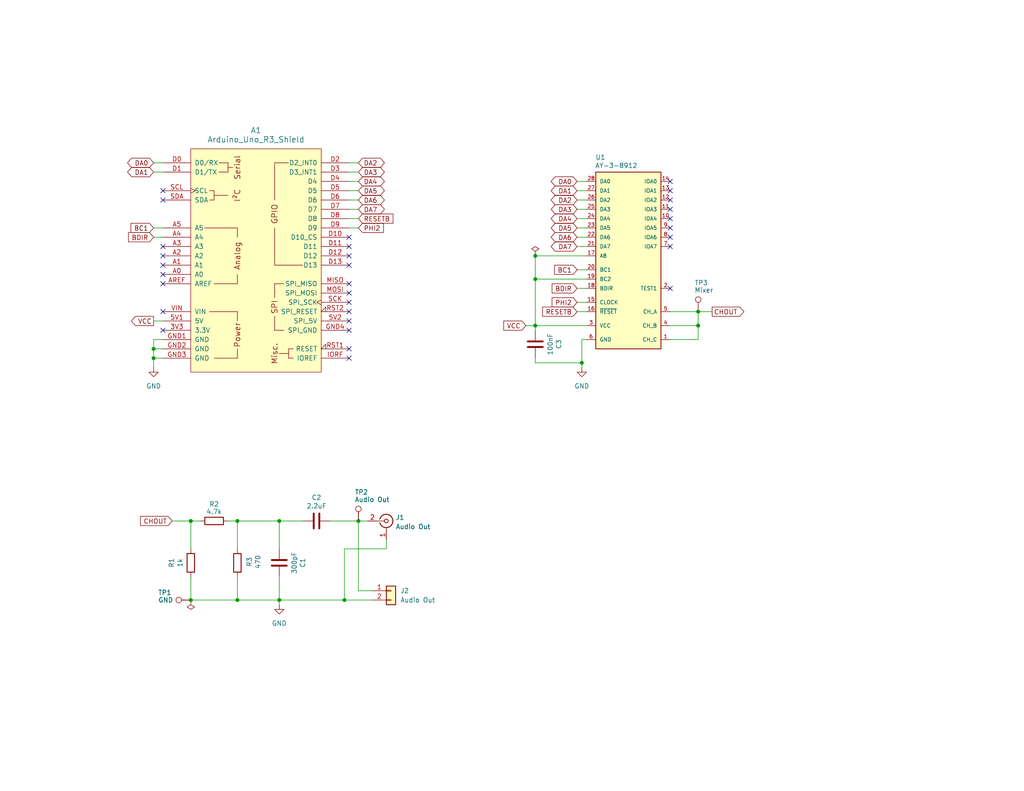
<source format=kicad_sch>
(kicad_sch (version 20231120) (generator "eeschema") (generator_version "8.0")
  (paper "USLetter")
  (title_block (title "6502 Uno AY-3-8912 Shield") (date "2024-06-27") (rev "1.0") (company "A.C. Wright Design"))
  (lib_symbols
    (symbol "6502 Parts:AY-3-8912" (pin_names (offset 1.016))
      (property "Reference" "U" (at 0 0 0))
      (property "Value" "AY-3-8912" (at 0 0 0))
      (symbol "AY-3-8912_0_0"
        (rectangle (start -8.89 -24.13) (end 8.89 24.13) (stroke (width 0.25)) (fill (type background)))
        (pin bidirectional line (at 11.43 11.43 180) (length 2.54) (name "IOA4") (number "10"))
        (pin bidirectional line (at 11.43 13.97 180) (length 2.54) (name "IOA3") (number "11"))
        (pin bidirectional line (at 11.43 16.51 180) (length 2.54) (name "IOA2") (number "12"))
        (pin bidirectional line (at 11.43 19.05 180) (length 2.54) (name "IOA1") (number "13"))
        (pin bidirectional line (at 11.43 21.59 180) (length 2.54) (name "IOA0") (number "14"))
        (pin input line (at -11.43 -11.43 0) (length 2.54) (name "CLOCK") (number "15"))
        (pin input line (at -11.43 -13.97 0) (length 2.54) (name "~{RESET}") (number "16"))
        (pin input line (at -11.43 1.27 0) (length 2.54) (name "A8") (number "17"))
        (pin input line (at -11.43 -7.62 0) (length 2.54) (name "BDIR") (number "18"))
        (pin input line (at -11.43 -5.08 0) (length 2.54) (name "BC2") (number "19"))
        (pin input line (at 11.43 -7.62 180) (length 2.54) (name "TEST1") (number "2"))
        (pin input line (at -11.43 -2.54 0) (length 2.54) (name "BC1") (number "20"))
        (pin bidirectional line (at -11.43 3.81 0) (length 2.54) (name "DA7") (number "21"))
        (pin bidirectional line (at -11.43 6.35 0) (length 2.54) (name "DA6") (number "22"))
        (pin bidirectional line (at -11.43 8.89 0) (length 2.54) (name "DA5") (number "23"))
        (pin bidirectional line (at -11.43 11.43 0) (length 2.54) (name "DA4") (number "24"))
        (pin bidirectional line (at -11.43 13.97 0) (length 2.54) (name "DA3") (number "25"))
        (pin bidirectional line (at -11.43 16.51 0) (length 2.54) (name "DA2") (number "26"))
        (pin bidirectional line (at -11.43 19.05 0) (length 2.54) (name "DA1") (number "27"))
        (pin bidirectional line (at -11.43 21.59 0) (length 2.54) (name "DA0") (number "28"))
        (pin power_in line (at -11.43 -17.78 0) (length 2.54) (name "VCC") (number "3"))
        (pin power_in line (at -11.43 -21.59 0) (length 2.54) (name "GND") (number "6"))
        (pin bidirectional line (at 11.43 3.81 180) (length 2.54) (name "IOA7") (number "7"))
        (pin bidirectional line (at 11.43 6.35 180) (length 2.54) (name "IOA6") (number "8"))
        (pin bidirectional line (at 11.43 8.89 180) (length 2.54) (name "IOA5") (number "9"))
      )
      (symbol "AY-3-8912_1_0"
        (pin passive line (at 11.43 -21.59 180) (length 2.54) (name "CH_C") (number "1"))
        (pin passive line (at 11.43 -17.78 180) (length 2.54) (name "CH_B") (number "4"))
        (pin passive line (at 11.43 -13.97 180) (length 2.54) (name "CH_A") (number "5"))
      )
    )
    (symbol "6502 Parts:PJRAN1X1U02X" (pin_names (offset 1.016) hide) (in_bom no)
      (property "Reference" "J" (at 0.254 3.048 0))
      (property "Value" "PJRAN1X1U02X" (at 2.921 0 90))
      (symbol "PJRAN1X1U02X_0_1"
        (arc (start -1.778 -0.508) (mid 0.2311 -1.8066) (end 1.778 0) (stroke (width 0.254)))
        (polyline (pts (xy -2.54 0) (xy -0.508 0)))
        (polyline (pts (xy 0 -2.54) (xy 0 -1.778)))
        (circle (center 0 0) (radius 0.508) (stroke (width 0.2032)))
        (arc (start 1.778 0) (mid 0.2099 1.8101) (end -1.778 0.508) (stroke (width 0.254)))
      )
      (symbol "PJRAN1X1U02X_1_1"
        (pin passive line (at 0 -5.08 90) (length 2.54) (name "Ext") (number "1"))
        (pin passive line (at -5.08 0 0) (length 2.54) (name "In") (number "2"))
      )
    )
    (symbol "Connector:TestPoint" (pin_numbers hide) (pin_names (offset 0.762) hide)
      (property "Reference" "TP" (at 0 6.858 0))
      (property "Value" "TestPoint" (at 0 5.08 0))
      (symbol "TestPoint_0_1"
        (circle (center 0 3.302) (radius 0.762))
      )
      (symbol "TestPoint_1_1"
        (pin passive line (at 0 0 90) (length 2.54) (name "1") (number "1"))
      )
    )
    (symbol "Connector_Generic:Conn_01x02" (pin_names (offset 1.016) hide)
      (property "Reference" "J" (at 0 2.54 0))
      (property "Value" "Conn_01x02" (at 0 -5.08 0))
      (symbol "Conn_01x02_1_1"
        (rectangle (start -1.27 -2.413) (end 0 -2.667) (stroke (width 0.1524)))
        (rectangle (start -1.27 0.127) (end 0 -0.127) (stroke (width 0.1524)))
        (rectangle (start -1.27 1.27) (end 1.27 -3.81) (stroke (width 0.254)) (fill (type background)))
        (pin passive line (at -5.08 0 0) (length 3.81) (name "Pin_1") (number "1"))
        (pin passive line (at -5.08 -2.54 0) (length 3.81) (name "Pin_2") (number "2"))
      )
    )
    (symbol "Device:C" (pin_numbers hide) (pin_names (offset 0.254))
      (property "Reference" "C" (at 0.635 2.54 0))
      (property "Value" "C" (at 0.635 -2.54 0))
      (symbol "C_0_1"
        (polyline (pts (xy -2.032 -0.762) (xy 2.032 -0.762)) (stroke (width 0.508)))
        (polyline (pts (xy -2.032 0.762) (xy 2.032 0.762)) (stroke (width 0.508)))
      )
      (symbol "C_1_1"
        (pin passive line (at 0 3.81 270) (length 2.794) (name "~") (number "1"))
        (pin passive line (at 0 -3.81 90) (length 2.794) (name "~") (number "2"))
      )
    )
    (symbol "Device:R" (pin_numbers hide) (pin_names (offset 0))
      (property "Reference" "R" (at 2.032 0 90))
      (property "Value" "R" (at 0 0 90))
      (symbol "R_0_1"
        (rectangle (start -1.016 -2.54) (end 1.016 2.54) (stroke (width 0.254)))
      )
      (symbol "R_1_1"
        (pin passive line (at 0 3.81 270) (length 1.27) (name "~") (number "1"))
        (pin passive line (at 0 -3.81 90) (length 1.27) (name "~") (number "2"))
      )
    )
    (symbol "PCM_arduino-library:Arduino_Uno_R3_Shield" (pin_names (offset 1.016))
      (property "Reference" "A" (at 0 36.83 0))
      (property "Value" "Arduino_Uno_R3_Shield" (at 0 33.02 0))
      (symbol "Arduino_Uno_R3_Shield_0_0"
        (rectangle (start -17.78 30.48) (end 17.78 -30.48) (fill (type background)))
        (rectangle (start -12.7 -13.97) (end -5.08 -13.97))
        (rectangle (start -11.43 -26.67) (end -5.08 -26.67))
        (polyline (pts (xy -11.43 17.78) (xy -7.62 17.78)))
        (polyline (pts (xy -7.62 25.4) (xy -6.35 25.4)))
        (polyline (pts (xy -5.08 -26.67) (xy -5.08 -24.13)))
        (polyline (pts (xy -5.08 -15.24) (xy -5.08 -16.51)))
        (polyline (pts (xy -5.08 -13.97) (xy -5.08 -15.24)))
        (polyline (pts (xy -5.08 -3.81) (xy -5.08 -6.35) (xy -11.43 -6.35)))
        (polyline (pts (xy -5.08 6.35) (xy -5.08 8.89) (xy -13.97 8.89)))
        (polyline (pts (xy 5.08 8.89) (xy 5.08 -1.27) (xy 12.7 -1.27)))
        (polyline (pts (xy 5.08 16.51) (xy 5.08 26.67) (xy 8.89 26.67)))
        (polyline (pts (xy -12.7 19.05) (xy -11.43 19.05) (xy -11.43 16.51) (xy -12.7 16.51)))
        (polyline (pts (xy -10.16 26.67) (xy -7.62 26.67) (xy -7.62 24.13) (xy -10.16 24.13)))
        (rectangle (start 5.08 -19.05) (end 5.08 -15.24))
        (rectangle (start 5.08 -19.05) (end 7.62 -19.05))
        (rectangle (start 5.08 -10.16) (end 5.08 -6.35))
        (rectangle (start 7.62 -6.35) (end 5.08 -6.35))
        (rectangle (start 8.89 -25.4) (end 6.35 -25.4))
        (rectangle (start 8.89 -24.13) (end 8.89 -26.67))
        (rectangle (start 10.16 -26.67) (end 8.89 -26.67))
        (rectangle (start 10.16 -24.13) (end 8.89 -24.13))
        (text "Analog" (at -5.08 1.27 900) (effects (font (size 1.524 1.524))))
        (text "I²C" (at -5.08 17.78 900) (effects (font (size 1.524 1.524))))
        (text "Misc." (at 5.08 -25.4 900) (effects (font (size 1.524 1.524))))
        (text "Power" (at -5.08 -20.32 900) (effects (font (size 1.524 1.524))))
        (text "Serial" (at -5.08 25.4 900) (effects (font (size 1.524 1.524))))
        (text "SPI" (at 5.08 -12.7 900) (effects (font (size 1.524 1.524))))
      )
      (symbol "Arduino_Uno_R3_Shield_1_0"
        (text "GPIO" (at 5.08 12.7 900) (effects (font (size 1.524 1.524))))
      )
      (symbol "Arduino_Uno_R3_Shield_1_1"
        (pin power_out line (at -25.4 -19.05 0) (length 7.62) (name "3.3V") (number "3V3"))
        (pin power_in line (at -25.4 -16.51 0) (length 7.62) (name "5V") (number "5V1"))
        (pin power_in line (at 25.4 -16.51 180) (length 7.62) (name "SPI_5V") (number "5V2"))
        (pin bidirectional line (at -25.4 -3.81 0) (length 7.62) (name "A0") (number "A0"))
        (pin bidirectional line (at -25.4 -1.27 0) (length 7.62) (name "A1") (number "A1"))
        (pin bidirectional line (at -25.4 1.27 0) (length 7.62) (name "A2") (number "A2"))
        (pin bidirectional line (at -25.4 3.81 0) (length 7.62) (name "A3") (number "A3"))
        (pin bidirectional line (at -25.4 6.35 0) (length 7.62) (name "A4") (number "A4"))
        (pin bidirectional line (at -25.4 8.89 0) (length 7.62) (name "A5") (number "A5"))
        (pin input line (at -25.4 -6.35 0) (length 7.62) (name "AREF") (number "AREF"))
        (pin bidirectional line (at -25.4 26.67 0) (length 7.62) (name "D0/RX") (number "D0"))
        (pin bidirectional line (at -25.4 24.13 0) (length 7.62) (name "D1/TX") (number "D1"))
        (pin bidirectional line (at 25.4 6.35 180) (length 7.62) (name "D10_CS") (number "D10"))
        (pin bidirectional line (at 25.4 3.81 180) (length 7.62) (name "D11") (number "D11"))
        (pin bidirectional line (at 25.4 1.27 180) (length 7.62) (name "D12") (number "D12"))
        (pin bidirectional line (at 25.4 -1.27 180) (length 7.62) (name "D13") (number "D13"))
        (pin bidirectional line (at 25.4 26.67 180) (length 7.62) (name "D2_INT0") (number "D2"))
        (pin bidirectional line (at 25.4 24.13 180) (length 7.62) (name "D3_INT1") (number "D3"))
        (pin bidirectional line (at 25.4 21.59 180) (length 7.62) (name "D4") (number "D4"))
        (pin bidirectional line (at 25.4 19.05 180) (length 7.62) (name "D5") (number "D5"))
        (pin bidirectional line (at 25.4 16.51 180) (length 7.62) (name "D6") (number "D6"))
        (pin bidirectional line (at 25.4 13.97 180) (length 7.62) (name "D7") (number "D7"))
        (pin bidirectional line (at 25.4 11.43 180) (length 7.62) (name "D8") (number "D8"))
        (pin bidirectional line (at 25.4 8.89 180) (length 7.62) (name "D9") (number "D9"))
        (pin power_in line (at -25.4 -21.59 0) (length 7.62) (name "GND") (number "GND1"))
        (pin power_in line (at -25.4 -24.13 0) (length 7.62) (name "GND") (number "GND2"))
        (pin power_in line (at -25.4 -26.67 0) (length 7.62) (name "GND") (number "GND3"))
        (pin power_in line (at 25.4 -19.05 180) (length 7.62) (name "SPI_GND") (number "GND4"))
        (pin output line (at 25.4 -26.67 180) (length 7.62) (name "IOREF") (number "IORF"))
        (pin input line (at 25.4 -6.35 180) (length 7.62) (name "SPI_MISO") (number "MISO"))
        (pin output line (at 25.4 -8.89 180) (length 7.62) (name "SPI_MOSI") (number "MOSI"))
        (pin open_collector input_low (at 25.4 -24.13 180) (length 7.62) (name "RESET") (number "RST1"))
        (pin open_collector input_low (at 25.4 -13.97 180) (length 7.62) (name "SPI_RESET") (number "RST2"))
        (pin output clock (at 25.4 -11.43 180) (length 7.62) (name "SPI_SCK") (number "SCK"))
        (pin bidirectional clock (at -25.4 19.05 0) (length 7.62) (name "SCL") (number "SCL"))
        (pin bidirectional line (at -25.4 16.51 0) (length 7.62) (name "SDA") (number "SDA"))
        (pin power_in line (at -25.4 -13.97 0) (length 7.62) (name "VIN") (number "VIN"))
      )
    )
    (symbol "power:GND" (power) (pin_numbers hide) (pin_names (offset 0) hide)
      (property "Value" "GND" (at 0 -3.81 0))
      (symbol "GND_0_1"
        (polyline (pts (xy 0 0) (xy 0 -1.27) (xy 1.27 -1.27) (xy 0 -2.54) (xy -1.27 -1.27) (xy 0 -1.27)))
      )
      (symbol "GND_1_1"
        (pin power_in line (at 0 0 270) (length 0) (name "~") (number "1"))
      )
    )
    (symbol "power:PWR_FLAG" (power) (pin_numbers hide) (pin_names (offset 0) hide)
      (property "Value" "PWR_FLAG" (at 0 3.81 0))
      (symbol "PWR_FLAG_0_0"
        (pin power_out line (at 0 0 90) (length 0) (name "~") (number "1"))
      )
      (symbol "PWR_FLAG_0_1"
        (polyline (pts (xy 0 0) (xy 0 1.27) (xy -1.016 1.905) (xy 0 2.54) (xy 1.016 1.905) (xy 0 1.27)))
      )
    )
  )
  (junction (at 41.91 95.25))
  (junction (at 64.77 163.83))
  (junction (at 190.5 85.09))
  (junction (at 64.77 142.24))
  (junction (at 41.91 97.79))
  (junction (at 52.07 163.83))
  (junction (at 146.05 76.2))
  (junction (at 76.2 142.24))
  (junction (at 158.75 99.06))
  (junction (at 52.07 142.24))
  (junction (at 93.98 163.83))
  (junction (at 97.79 142.24))
  (junction (at 76.2 163.83))
  (junction (at 190.5 88.9))
  (junction (at 146.05 69.85))
  (junction (at 146.05 88.9))
  (no_connect (at 44.45 90.17))
  (no_connect (at 95.25 80.01))
  (no_connect (at 182.88 59.69))
  (no_connect (at 44.45 52.07))
  (no_connect (at 95.25 95.25))
  (no_connect (at 182.88 57.15))
  (no_connect (at 182.88 78.74))
  (no_connect (at 182.88 67.31))
  (no_connect (at 44.45 72.39))
  (no_connect (at 182.88 52.07))
  (no_connect (at 44.45 67.31))
  (no_connect (at 44.45 54.61))
  (no_connect (at 182.88 62.23))
  (no_connect (at 44.45 77.47))
  (no_connect (at 95.25 82.55))
  (no_connect (at 182.88 49.53))
  (no_connect (at 44.45 85.09))
  (no_connect (at 95.25 87.63))
  (no_connect (at 95.25 69.85))
  (no_connect (at 95.25 77.47))
  (no_connect (at 182.88 64.77))
  (no_connect (at 95.25 85.09))
  (no_connect (at 95.25 97.79))
  (no_connect (at 44.45 74.93))
  (no_connect (at 95.25 72.39))
  (no_connect (at 182.88 54.61))
  (no_connect (at 95.25 67.31))
  (no_connect (at 95.25 64.77))
  (no_connect (at 95.25 90.17))
  (no_connect (at 44.45 69.85))
  (wire (pts (xy 52.07 163.83) (xy 64.77 163.83)))
  (wire (pts (xy 157.48 82.55) (xy 160.02 82.55)))
  (wire (pts (xy 143.51 88.9) (xy 146.05 88.9)))
  (wire (pts (xy 64.77 142.24) (xy 64.77 149.86)))
  (wire (pts (xy 160.02 69.85) (xy 146.05 69.85)))
  (wire (pts (xy 97.79 161.29) (xy 97.79 142.24)))
  (wire (pts (xy 95.25 49.53) (xy 97.79 49.53)))
  (wire (pts (xy 146.05 99.06) (xy 146.05 97.79)))
  (wire (pts (xy 97.79 142.24) (xy 100.33 142.24)))
  (wire (pts (xy 46.99 142.24) (xy 52.07 142.24)))
  (wire (pts (xy 41.91 62.23) (xy 44.45 62.23)))
  (wire (pts (xy 160.02 92.71) (xy 158.75 92.71)))
  (wire (pts (xy 76.2 142.24) (xy 64.77 142.24)))
  (wire (pts (xy 146.05 76.2) (xy 160.02 76.2)))
  (wire (pts (xy 157.48 57.15) (xy 160.02 57.15)))
  (wire (pts (xy 157.48 85.09) (xy 160.02 85.09)))
  (wire (pts (xy 52.07 142.24) (xy 54.61 142.24)))
  (wire (pts (xy 93.98 163.83) (xy 101.6 163.83)))
  (wire (pts (xy 44.45 92.71) (xy 41.91 92.71)))
  (wire (pts (xy 157.48 62.23) (xy 160.02 62.23)))
  (wire (pts (xy 41.91 46.99) (xy 44.45 46.99)))
  (wire (pts (xy 76.2 142.24) (xy 82.55 142.24)))
  (wire (pts (xy 41.91 97.79) (xy 41.91 100.33)))
  (wire (pts (xy 157.48 59.69) (xy 160.02 59.69)))
  (wire (pts (xy 146.05 69.85) (xy 146.05 76.2)))
  (wire (pts (xy 95.25 62.23) (xy 97.79 62.23)))
  (wire (pts (xy 64.77 163.83) (xy 76.2 163.83)))
  (wire (pts (xy 101.6 161.29) (xy 97.79 161.29)))
  (wire (pts (xy 41.91 95.25) (xy 41.91 97.79)))
  (wire (pts (xy 190.5 85.09) (xy 190.5 88.9)))
  (wire (pts (xy 41.91 92.71) (xy 41.91 95.25)))
  (wire (pts (xy 52.07 149.86) (xy 52.07 142.24)))
  (wire (pts (xy 157.48 49.53) (xy 160.02 49.53)))
  (wire (pts (xy 190.5 85.09) (xy 194.31 85.09)))
  (wire (pts (xy 182.88 85.09) (xy 190.5 85.09)))
  (wire (pts (xy 76.2 163.83) (xy 76.2 165.1)))
  (wire (pts (xy 146.05 76.2) (xy 146.05 88.9)))
  (wire (pts (xy 157.48 67.31) (xy 160.02 67.31)))
  (wire (pts (xy 105.41 149.86) (xy 105.41 147.32)))
  (wire (pts (xy 41.91 95.25) (xy 44.45 95.25)))
  (wire (pts (xy 158.75 99.06) (xy 158.75 100.33)))
  (wire (pts (xy 157.48 52.07) (xy 160.02 52.07)))
  (wire (pts (xy 41.91 87.63) (xy 44.45 87.63)))
  (wire (pts (xy 146.05 88.9) (xy 160.02 88.9)))
  (wire (pts (xy 95.25 44.45) (xy 97.79 44.45)))
  (wire (pts (xy 158.75 92.71) (xy 158.75 99.06)))
  (wire (pts (xy 62.23 142.24) (xy 64.77 142.24)))
  (wire (pts (xy 76.2 157.48) (xy 76.2 163.83)))
  (wire (pts (xy 95.25 59.69) (xy 97.79 59.69)))
  (wire (pts (xy 41.91 97.79) (xy 44.45 97.79)))
  (wire (pts (xy 146.05 99.06) (xy 158.75 99.06)))
  (wire (pts (xy 157.48 73.66) (xy 160.02 73.66)))
  (wire (pts (xy 157.48 64.77) (xy 160.02 64.77)))
  (wire (pts (xy 76.2 149.86) (xy 76.2 142.24)))
  (wire (pts (xy 93.98 149.86) (xy 93.98 163.83)))
  (wire (pts (xy 64.77 157.48) (xy 64.77 163.83)))
  (wire (pts (xy 93.98 163.83) (xy 76.2 163.83)))
  (wire (pts (xy 95.25 52.07) (xy 97.79 52.07)))
  (wire (pts (xy 146.05 90.17) (xy 146.05 88.9)))
  (wire (pts (xy 157.48 78.74) (xy 160.02 78.74)))
  (wire (pts (xy 90.17 142.24) (xy 97.79 142.24)))
  (wire (pts (xy 182.88 92.71) (xy 190.5 92.71)))
  (wire (pts (xy 93.98 149.86) (xy 105.41 149.86)))
  (wire (pts (xy 95.25 54.61) (xy 97.79 54.61)))
  (wire (pts (xy 41.91 64.77) (xy 44.45 64.77)))
  (wire (pts (xy 41.91 44.45) (xy 44.45 44.45)))
  (wire (pts (xy 95.25 57.15) (xy 97.79 57.15)))
  (wire (pts (xy 52.07 157.48) (xy 52.07 163.83)))
  (wire (pts (xy 95.25 46.99) (xy 97.79 46.99)))
  (wire (pts (xy 190.5 88.9) (xy 190.5 92.71)))
  (wire (pts (xy 182.88 88.9) (xy 190.5 88.9)))
  (wire (pts (xy 157.48 54.61) (xy 160.02 54.61)))
  (global_label "DA1" (shape bidirectional) (at 41.91 46.99 180) (property "Intersheetrefs" "${INTERSHEET_REFS}" (effects (hide yes))))
  (global_label "DA5" (shape bidirectional) (at 97.79 52.07 0) (property "Intersheetrefs" "${INTERSHEET_REFS}" (effects (hide yes))))
  (global_label "DA0" (shape bidirectional) (at 157.48 49.53 180) (property "Intersheetrefs" "${INTERSHEET_REFS}" (effects (hide yes))))
  (global_label "DA6" (shape bidirectional) (at 157.48 64.77 180) (property "Intersheetrefs" "${INTERSHEET_REFS}" (effects (hide yes))))
  (global_label "DA5" (shape bidirectional) (at 157.48 62.23 180) (property "Intersheetrefs" "${INTERSHEET_REFS}" (effects (hide yes))))
  (global_label "DA4" (shape bidirectional) (at 157.48 59.69 180) (property "Intersheetrefs" "${INTERSHEET_REFS}" (effects (hide yes))))
  (global_label "DA4" (shape bidirectional) (at 97.79 49.53 0) (property "Intersheetrefs" "${INTERSHEET_REFS}" (effects (hide yes))))
  (global_label "DA3" (shape bidirectional) (at 157.48 57.15 180) (property "Intersheetrefs" "${INTERSHEET_REFS}" (effects (hide yes))))
  (global_label "VCC" (shape output) (at 41.91 87.63 180) (property "Intersheetrefs" "${INTERSHEET_REFS}" (effects (hide yes))))
  (global_label "DA2" (shape bidirectional) (at 97.79 44.45 0) (property "Intersheetrefs" "${INTERSHEET_REFS}" (effects (hide yes))))
  (global_label "RESETB" (shape input) (at 97.79 59.69 0) (property "Intersheetrefs" "${INTERSHEET_REFS}" (effects (hide yes))))
  (global_label "PHI2" (shape input) (at 157.48 82.55 180) (property "Intersheetrefs" "${INTERSHEET_REFS}" (effects (hide yes))))
  (global_label "DA6" (shape bidirectional) (at 97.79 54.61 0) (property "Intersheetrefs" "${INTERSHEET_REFS}" (effects (hide yes))))
  (global_label "CHOUT" (shape input) (at 46.99 142.24 180) (property "Intersheetrefs" "${INTERSHEET_REFS}" (effects (hide yes))))
  (global_label "CHOUT" (shape output) (at 194.31 85.09 0) (property "Intersheetrefs" "${INTERSHEET_REFS}" (effects (hide yes))))
  (global_label "DA1" (shape bidirectional) (at 157.48 52.07 180) (property "Intersheetrefs" "${INTERSHEET_REFS}" (effects (hide yes))))
  (global_label "DA0" (shape bidirectional) (at 41.91 44.45 180) (property "Intersheetrefs" "${INTERSHEET_REFS}" (effects (hide yes))))
  (global_label "BC1" (shape input) (at 157.48 73.66 180) (property "Intersheetrefs" "${INTERSHEET_REFS}" (effects (hide yes))))
  (global_label "PHI2" (shape input) (at 97.79 62.23 0) (property "Intersheetrefs" "${INTERSHEET_REFS}" (effects (hide yes))))
  (global_label "RESETB" (shape input) (at 157.48 85.09 180) (property "Intersheetrefs" "${INTERSHEET_REFS}" (effects (hide yes))))
  (global_label "DA3" (shape bidirectional) (at 97.79 46.99 0) (property "Intersheetrefs" "${INTERSHEET_REFS}" (effects (hide yes))))
  (global_label "BDIR" (shape input) (at 41.91 64.77 180) (property "Intersheetrefs" "${INTERSHEET_REFS}" (effects (hide yes))))
  (global_label "DA2" (shape bidirectional) (at 157.48 54.61 180) (property "Intersheetrefs" "${INTERSHEET_REFS}" (effects (hide yes))))
  (global_label "DA7" (shape bidirectional) (at 157.48 67.31 180) (property "Intersheetrefs" "${INTERSHEET_REFS}" (effects (hide yes))))
  (global_label "BC1" (shape input) (at 41.91 62.23 180) (property "Intersheetrefs" "${INTERSHEET_REFS}" (effects (hide yes))))
  (global_label "DA7" (shape bidirectional) (at 97.79 57.15 0) (property "Intersheetrefs" "${INTERSHEET_REFS}" (effects (hide yes))))
  (global_label "BDIR" (shape input) (at 157.48 78.74 180) (property "Intersheetrefs" "${INTERSHEET_REFS}" (effects (hide yes))))
  (global_label "VCC" (shape input) (at 143.51 88.9 180) (property "Intersheetrefs" "${INTERSHEET_REFS}" (effects (hide yes))))
  (symbol (lib_id "power:GND") (at 41.91 100.33 0) (unit 1)
    (property "Reference" "#PWR01" (effects (hide yes)))
    (property "Value" "GND" (at 41.91 105.41 0))
    (property "Description" "Power symbol creates a global label with name \"GND\" , ground" (effects (hide yes)))
  )
  (symbol (lib_id "power:PWR_FLAG") (at 146.05 69.85 0) (unit 1)
    (property "Reference" "#FLG02" (effects (hide yes)))
    (property "Value" "PWR_FLAG" (effects (hide yes)))
    (property "Description" "Special symbol for telling ERC where power comes from" (effects (hide yes)))
  )
  (symbol (lib_id "Device:C") (at 146.05 93.98 0) (unit 1)
    (property "Reference" "C3" (at 152.4508 93.98 90))
    (property "Value" "100nF" (at 150.1394 93.98 90))
    (property "Footprint" "Capacitor_THT:C_Disc_D5.0mm_W2.5mm_P2.50mm" (effects (hide yes)))
    (property "LCSC" "C49678" (effects (hide yes)))
  )
  (symbol (lib_id "Device:C") (at 76.2 153.67 0) (unit 1)
    (property "Reference" "C1" (at 82.6008 153.67 90))
    (property "Value" "300pF" (at 80.2894 153.67 90))
    (property "Footprint" "Capacitor_THT:C_Disc_D5.0mm_W2.5mm_P2.50mm" (effects (hide yes)))
    (property "LCSC" "C37635" (effects (hide yes)))
  )
  (symbol (lib_id "power:PWR_FLAG") (at 52.07 163.83 180) (unit 1)
    (property "Reference" "#FLG01" (effects (hide yes)))
    (property "Value" "PWR_FLAG" (effects (hide yes)))
    (property "Description" "Special symbol for telling ERC where power comes from" (effects (hide yes)))
  )
  (symbol (lib_id "Device:R") (at 52.07 153.67 0) (unit 1)
    (property "Reference" "R1" (at 46.8122 153.67 90))
    (property "Value" "1k" (at 49.1236 153.67 90))
    (property "Footprint" "Resistor_THT:R_Axial_DIN0309_L9.0mm_D3.2mm_P12.70mm_Horizontal" (effects (hide yes)))
    (property "Description" "Resistor" (effects (hide yes)))
    (property "LCSC" "C17513" (effects (hide yes)))
  )
  (symbol (lib_id "6502 Parts:PJRAN1X1U02X") (at 105.41 142.24 0) (unit 1) (in_bom no)
    (property "Reference" "J1" (at 107.95 141.2631 0) (effects (justify left)))
    (property "Value" "Audio Out" (at 107.95 143.8031 0) (effects (justify left)))
    (property "Footprint" "6502 Parts:SWITCHCRAFT_PJRAN1X1U02X" (effects (hide yes)))
    (property "Datasheet" "https://www.switchcraft.com/assets/1/24/pjran1x1u__x_series_cd.pdf?4664" (effects (hide yes)))
    (property "Description" "RCA Connector" (effects (hide yes)))
    (property "Digikey" "https://www.digikey.com/en/products/detail/switchcraft-inc/PJRAN1X1U02X/1832412" (effects (hide yes)))
  )
  (symbol (lib_id "power:GND") (at 76.2 165.1 0) (unit 1)
    (property "Reference" "#PWR02" (effects (hide yes)))
    (property "Value" "GND" (at 76.2 170.18 0))
    (property "Description" "Power symbol creates a global label with name \"GND\" , ground" (effects (hide yes)))
  )
  (symbol (lib_id "Connector:TestPoint") (at 97.79 142.24 0) (unit 1) (in_bom no)
    (property "Reference" "TP2" (at 96.774 134.366 0) (effects (justify left)))
    (property "Value" "Audio Out" (at 96.774 136.3981 0) (effects (justify left)))
    (property "Footprint" "TestPoint:TestPoint_Pad_1.5x1.5mm" (effects (hide yes)))
    (property "Description" "test point" (effects (hide yes)))
  )
  (symbol (lib_id "Connector:TestPoint") (at 52.07 163.83 90) (unit 1) (in_bom no)
    (property "Reference" "TP1" (at 44.958 161.798 90))
    (property "Value" "GND" (at 45.212 163.83 90))
    (property "Footprint" "TestPoint:TestPoint_Pad_1.5x1.5mm" (effects (hide yes)))
    (property "Description" "test point" (effects (hide yes)))
  )
  (symbol (lib_id "Connector_Generic:Conn_01x02") (at 106.68 161.29 0) (unit 1) (in_bom no)
    (property "Reference" "J2" (at 109.22 161.2899 0) (effects (justify left)))
    (property "Value" "Audio Out" (at 109.22 163.8299 0) (effects (justify left)))
    (property "Footprint" "Connector_JST:JST_XH_B2B-XH-A_1x02_P2.50mm_Vertical" (effects (hide yes)))
    (property "Description" "Generic connector, single row, 01x02, script generated (kicad-library-utils/schlib/autogen/connector/)" (effects (hide yes)))
  )
  (symbol (lib_id "power:GND") (at 158.75 100.33 0) (unit 1)
    (property "Reference" "#PWR03" (effects (hide yes)))
    (property "Value" "GND" (at 158.75 105.41 0))
    (property "Description" "Power symbol creates a global label with name \"GND\" , ground" (effects (hide yes)))
  )
  (symbol (lib_id "Device:R") (at 58.42 142.24 90) (unit 1)
    (property "Reference" "R2" (at 58.42 137.668 90))
    (property "Value" "4.7k" (at 58.42 139.7 90))
    (property "Footprint" "Resistor_THT:R_Axial_DIN0309_L9.0mm_D3.2mm_P12.70mm_Horizontal" (effects (hide yes)))
    (property "Description" "Resistor" (effects (hide yes)))
    (property "LCSC" "C17673" (effects (hide yes)))
  )
  (symbol (lib_id "Connector:TestPoint") (at 190.5 85.09 0) (unit 1) (in_bom no)
    (property "Reference" "TP3" (at 189.484 77.216 0) (effects (justify left)))
    (property "Value" "Mixer" (at 189.484 79.2481 0) (effects (justify left)))
    (property "Footprint" "TestPoint:TestPoint_Pad_1.5x1.5mm" (effects (hide yes)))
    (property "Description" "test point" (effects (hide yes)))
  )
  (symbol (lib_id "Device:R") (at 64.77 153.67 0) (unit 1)
    (property "Reference" "R3" (at 68.0466 153.416 90))
    (property "Value" "470" (at 70.358 153.416 90))
    (property "Footprint" "Resistor_THT:R_Axial_DIN0309_L9.0mm_D3.2mm_P12.70mm_Horizontal" (effects (hide yes)))
    (property "Description" "Resistor" (effects (hide yes)))
    (property "LCSC" "C17710" (effects (hide yes)))
  )
  (symbol (lib_id "PCM_arduino-library:Arduino_Uno_R3_Shield") (at 69.85 71.12 0) (unit 1)
    (property "Reference" "A1" (at 69.85 35.56 0) (effects (font (size 1.524 1.524))))
    (property "Value" "Arduino_Uno_R3_Shield" (at 69.85 38.1 0) (effects (font (size 1.524 1.524))))
    (property "Footprint" "PCM_arduino-library:Arduino_Uno_R3_Shield" (effects (hide yes)))
    (property "Datasheet" "https://docs.arduino.cc/hardware/uno-rev3" (effects (hide yes)))
    (property "Description" "Shield for Arduino Uno R3" (effects (hide yes)))
  )
  (symbol (lib_id "Device:C") (at 86.36 142.24 90) (unit 1)
    (property "Reference" "C2" (at 86.36 135.8392 90))
    (property "Value" "2.2uF" (at 86.36 138.1506 90))
    (property "Footprint" "Capacitor_THT:C_Disc_D5.0mm_W2.5mm_P2.50mm" (effects (hide yes)))
    (property "LCSC" "C377773" (effects (hide yes)))
  )
  (symbol (lib_id "6502 Parts:AY-3-8912") (at 171.45 71.12 0) (unit 1) (in_bom no)
    (property "Reference" "U1" (at 163.83 42.926 0))
    (property "Value" "AY-3-8912" (at 168.148 45.212 0))
    (property "Footprint" "Socket:DIP_Socket-28_W11.9_W12.7_W15.24_W17.78_W18.5_3M_228-1277-00-0602J" (effects (hide yes)))
    (property "Datasheet" "http://datasheets.diptrace.com\\st_micro\\M27C256B.pdf" (effects (hide yes)))
    (property "MF" "General Instrument" (effects (hide yes)))
    (property "Description_1" "\n" (effects (hide yes)))
    (property "Package" "None" (effects (hide yes)))
    (property "Price" "None" (effects (hide yes)))
    (property "Check_prices" "https://www.snapeda.com/parts/AY-3-8912/General+Instrument/view-part/?ref=eda" (effects (hide yes)))
    (property "SnapEDA_Link" "https://www.snapeda.com/parts/AY-3-8912/General+Instrument/view-part/?ref=snap" (effects (hide yes)))
    (property "MP" "AY-3-8912" (effects (hide yes)))
    (property "Availability" "Not in stock" (effects (hide yes)))
    (property "MANUFACTURER" "ST Microelectronics" (effects (hide yes)))
  )
)
</source>
